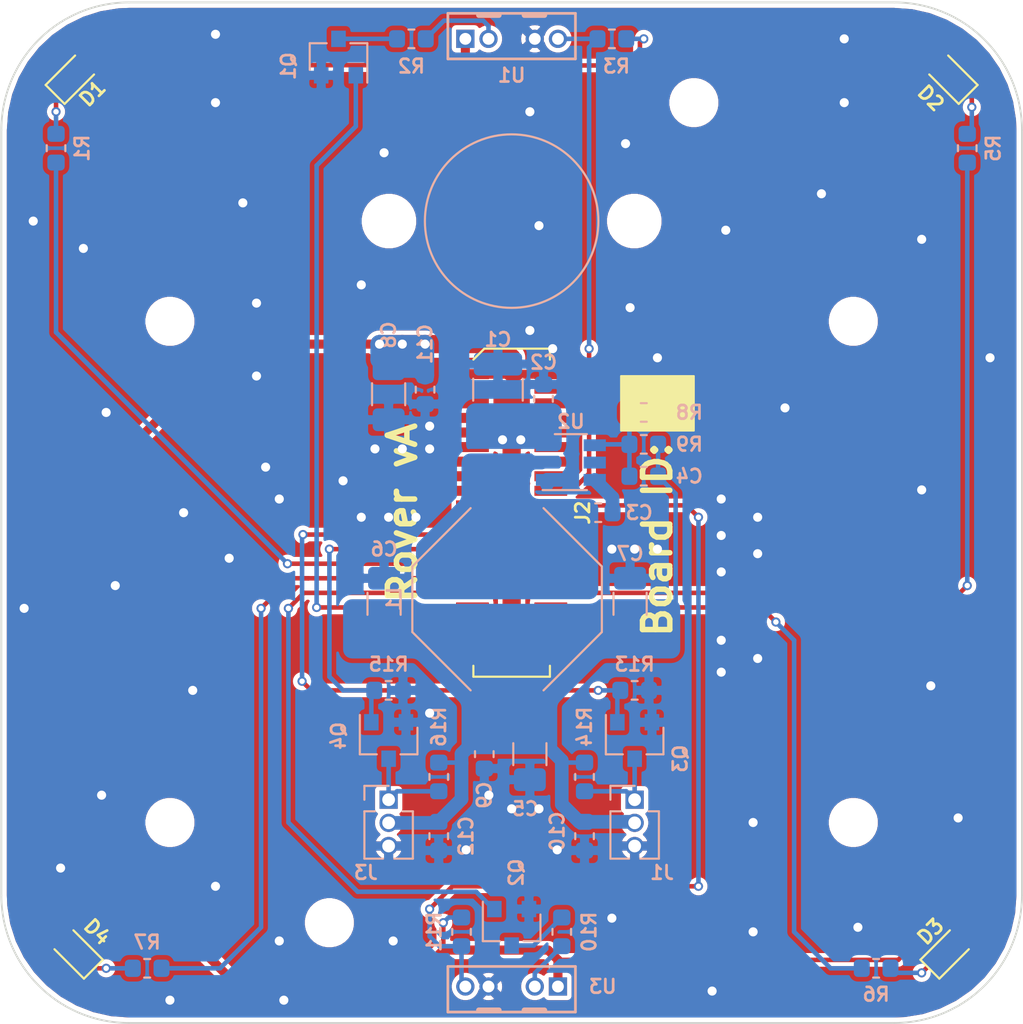
<source format=kicad_pcb>
(kicad_pcb (version 20171130) (host pcbnew "(5.1.6)-1")
  (title_block (title Rover) (date 2021-04-08) (rev vA) (comment 1 "Matthew Jackson"))
  (layers (0 F.Cu signal) (31 B.Cu signal) (34 B.Paste user) (35 F.Paste user) (36 B.SilkS user) (37 F.SilkS user) (38 B.Mask user) (39 F.Mask user) (44 Edge.Cuts user))
  (net 0 "")
  (net 1 +12V)
  (net 2 GND)
  (net 3 "Net-(C3-Pad2)")
  (net 4 "Net-(C3-Pad1)")
  (net 5 "Net-(C4-Pad2)")
  (net 6 +6V)
  (net 7 +3V3)
  (net 8 "Net-(D1-Pad1)")
  (net 9 "Net-(D2-Pad1)")
  (net 10 "Net-(D3-Pad1)")
  (net 11 "Net-(D4-Pad1)")
  (net 12 "Net-(J1-Pad1)")
  (net 13 /PD15)
  (net 14 /PD12)
  (net 15 /PD14)
  (net 16 /PD13)
  (net 17 /PE11)
  (net 18 /PE13)
  (net 19 /PE14)
  (net 20 /PE9)
  (net 21 /PC4)
  (net 22 /PC5)
  (net 23 "Net-(J3-Pad1)")
  (net 24 "Net-(Q1-Pad3)")
  (net 25 "Net-(Q2-Pad3)")
  (net 26 "Net-(R2-Pad2)")
  (net 27 "Net-(R10-Pad2)")
  (module USER_MountingHole:MountingHole_2.2mm_M2 (layer F.Cu) (at 131.25 117)
    (fp_text reference H6)
    (fp_text value M2)
    (pad 1 np_thru_hole circle (at 0 0) (size 2.2 2.2) (drill 2.2) (layers *.Cu *.Mask))
  )
  (module USER_MountingHole:MountingHole_2.2mm_M2 (layer F.Cu) (at 168.75 117)
    (fp_text reference H5)
    (fp_text value M2)
    (pad 1 np_thru_hole circle (at 0 0) (size 2.2 2.2) (drill 2.2) (layers *.Cu *.Mask))
  )
  (module USER_MountingHole:MountingHole_2.2mm_M2 (layer F.Cu) (at 131.25 89.5)
    (fp_text reference H4)
    (fp_text value M2)
    (pad 1 np_thru_hole circle (at 0 0) (size 2.2 2.2) (drill 2.2) (layers *.Cu *.Mask))
  )
  (module USER_MountingHole:MountingHole_2.2mm_M2 (layer F.Cu) (at 168.75 89.5)
    (fp_text reference H3)
    (fp_text value M2)
    (pad 1 np_thru_hole circle (at 0 0) (size 2.2 2.2) (drill 2.2) (layers *.Cu *.Mask))
  )
  (module USER_Misc:Pololu_Ball_Caster_9.5mm (layer B.Cu) (at 150 84 180)
    (fp_text reference T3)
    (fp_text value "Ball Caster")
    (pad "" np_thru_hole circle (at -6.73 0) (size 2.5 2.5) (drill 2.5) (layers *.Cu *.Mask))
    (pad "" np_thru_hole circle (at 6.73 0) (size 2.5 2.5) (drill 2.5) (layers *.Cu *.Mask))
  )
  (module USER_Connector_Molex:Molex_SlimStack_533074071_2x20_P0.8mm_Vertical_Female (layer F.Cu) (at 150 100 270)
    (fp_text reference J2 (at 0 -3.9 90) (layer F.SilkS) (effects (font (size 0.75 0.75))))
    (fp_text value "SlimStack 0.8mm 2x20")
    (pad 35 smd rect (at 6 2.15 90) (size 0.55 1.8) (layers F.Cu F.Paste F.Mask) (net 2 GND))
    (pad 38 smd rect (at 6.8 -2.15 90) (size 0.55 1.8) (layers F.Cu F.Paste F.Mask) (net 1 +12V))
    (pad 37 smd rect (at 6.8 2.15 90) (size 0.55 1.8) (layers F.Cu F.Paste F.Mask) (net 1 +12V))
    (pad 36 smd rect (at 6 -2.15 90) (size 0.55 1.8) (layers F.Cu F.Paste F.Mask) (net 2 GND))
    (pad 40 smd rect (at 7.6 -2.15 90) (size 0.55 1.8) (layers F.Cu F.Paste F.Mask) (net 1 +12V))
    (pad 39 smd rect (at 7.6 2.15 90) (size 0.55 1.8) (layers F.Cu F.Paste F.Mask) (net 1 +12V))
    (pad 34 smd rect (at 5.2 -2.15 90) (size 0.55 1.8) (layers F.Cu F.Paste F.Mask) (net 13 /PD15))
    (pad 31 smd rect (at 4.4 2.15 90) (size 0.55 1.8) (layers F.Cu F.Paste F.Mask) (net 14 /PD12))
    (pad 32 smd rect (at 4.4 -2.15 90) (size 0.55 1.8) (layers F.Cu F.Paste F.Mask) (net 15 /PD14))
    (pad 33 smd rect (at 5.2 2.15 90) (size 0.55 1.8) (layers F.Cu F.Paste F.Mask) (net 16 /PD13))
    (pad 25 smd rect (at 2 2.15 90) (size 0.55 1.8) (layers F.Cu F.Paste F.Mask) (net 17 /PE11))
    (pad 28 smd rect (at 2.8 -2.15 90) (size 0.55 1.8) (layers F.Cu F.Paste F.Mask))
    (pad 27 smd rect (at 2.8 2.15 90) (size 0.55 1.8) (layers F.Cu F.Paste F.Mask) (net 18 /PE13))
    (pad 26 smd rect (at 2 -2.15 90) (size 0.55 1.8) (layers F.Cu F.Paste F.Mask))
    (pad 30 smd rect (at 3.6 -2.15 90) (size 0.55 1.8) (layers F.Cu F.Paste F.Mask))
    (pad 29 smd rect (at 3.6 2.15 90) (size 0.55 1.8) (layers F.Cu F.Paste F.Mask) (net 19 /PE14))
    (pad 24 smd rect (at 1.2 -2.15 90) (size 0.55 1.8) (layers F.Cu F.Paste F.Mask))
    (pad 21 smd rect (at 0.4 2.15 90) (size 0.55 1.8) (layers F.Cu F.Paste F.Mask) (net 2 GND))
    (pad 22 smd rect (at 0.4 -2.15 90) (size 0.55 1.8) (layers F.Cu F.Paste F.Mask) (net 2 GND))
    (pad 23 smd rect (at 1.2 2.15 90) (size 0.55 1.8) (layers F.Cu F.Paste F.Mask) (net 20 /PE9))
    (pad 15 smd rect (at -2 2.15 90) (size 0.55 1.8) (layers F.Cu F.Paste F.Mask))
    (pad 18 smd rect (at -1.2 -2.15 90) (size 0.55 1.8) (layers F.Cu F.Paste F.Mask) (net 21 /PC4))
    (pad 17 smd rect (at -1.2 2.15 90) (size 0.55 1.8) (layers F.Cu F.Paste F.Mask))
    (pad 16 smd rect (at -2 -2.15 90) (size 0.55 1.8) (layers F.Cu F.Paste F.Mask))
    (pad 20 smd rect (at -0.4 -2.15 90) (size 0.55 1.8) (layers F.Cu F.Paste F.Mask) (net 22 /PC5))
    (pad 19 smd rect (at -0.4 2.15 90) (size 0.55 1.8) (layers F.Cu F.Paste F.Mask))
    (pad 14 smd rect (at -2.8 -2.15 90) (size 0.55 1.8) (layers F.Cu F.Paste F.Mask))
    (pad 11 smd rect (at -3.6 2.15 90) (size 0.55 1.8) (layers F.Cu F.Paste F.Mask))
    (pad 12 smd rect (at -3.6 -2.15 90) (size 0.55 1.8) (layers F.Cu F.Paste F.Mask))
    (pad 13 smd rect (at -2.8 2.15 90) (size 0.55 1.8) (layers F.Cu F.Paste F.Mask))
    (pad 2 smd rect (at -7.6 -2.15 90) (size 0.55 1.8) (layers F.Cu F.Paste F.Mask) (net 7 +3V3))
    (pad 4 smd rect (at -6.8 -2.15 90) (size 0.55 1.8) (layers F.Cu F.Paste F.Mask))
    (pad 9 smd rect (at -4.4 2.15 90) (size 0.55 1.8) (layers F.Cu F.Paste F.Mask))
    (pad 10 smd rect (at -4.4 -2.15 90) (size 0.55 1.8) (layers F.Cu F.Paste F.Mask))
    (pad 6 smd rect (at -6 -2.15 90) (size 0.55 1.8) (layers F.Cu F.Paste F.Mask))
    (pad 7 smd rect (at -5.2 2.15 90) (size 0.55 1.8) (layers F.Cu F.Paste F.Mask) (net 2 GND))
    (pad 8 smd rect (at -5.2 -2.15 90) (size 0.55 1.8) (layers F.Cu F.Paste F.Mask) (net 2 GND))
    (pad 1 smd rect (at -7.6 2.15 90) (size 0.55 1.8) (layers F.Cu F.Paste F.Mask) (net 7 +3V3))
    (pad 3 smd rect (at -6.8 2.15 90) (size 0.55 1.8) (layers F.Cu F.Paste F.Mask))
    (pad 5 smd rect (at -6 2.15 90) (size 0.55 1.8) (layers F.Cu F.Paste F.Mask))
  )
  (module USER_Connector_PinSocket_1.27mm:PinSocket_1x03_P1.27mm_Vertical (layer B.Cu) (at 143.25 115.75 180)
    (fp_text reference J3 (at 1.25 -4) (layer B.SilkS) (effects (font (size 0.75 0.75)) (justify mirror)))
    (fp_text value Conn_01x03)
    (pad 3 thru_hole oval (at 0 -2.54 180) (size 1 1) (drill 0.7) (layers *.Cu *.Mask) (net 2 GND))
    (pad 2 thru_hole oval (at 0 -1.27 180) (size 1 1) (drill 0.7) (layers *.Cu *.Mask) (net 6 +6V))
    (pad 1 thru_hole rect (at 0 0 180) (size 1 1) (drill 0.7) (layers *.Cu *.Mask) (net 23 "Net-(J3-Pad1)"))
  )
  (module USER_Connector_PinSocket_1.27mm:PinSocket_1x03_P1.27mm_Vertical (layer B.Cu) (at 156.75 115.75 180)
    (fp_text reference J1 (at -1.5 -4) (layer B.SilkS) (effects (font (size 0.75 0.75)) (justify mirror)))
    (fp_text value Conn_01x03)
    (pad 3 thru_hole oval (at 0 -2.54 180) (size 1 1) (drill 0.7) (layers *.Cu *.Mask) (net 2 GND))
    (pad 2 thru_hole oval (at 0 -1.27 180) (size 1 1) (drill 0.7) (layers *.Cu *.Mask) (net 6 +6V))
    (pad 1 thru_hole rect (at 0 0 180) (size 1 1) (drill 0.7) (layers *.Cu *.Mask) (net 12 "Net-(J1-Pad1)"))
  )
  (module USER_OptoDevice:Vishay_TCRT10x0_Reflective_Sensor (layer B.Cu) (at 150 126 180)
    (fp_text reference U3 (at -5 0) (layer B.SilkS) (effects (font (size 0.75 0.75)) (justify mirror)))
    (fp_text value TCRT1000)
    (pad 4 thru_hole circle (at 2.54 0 180) (size 1 1) (drill 0.65) (layers *.Cu *.Mask) (net 22 /PC5))
    (pad 3 thru_hole circle (at 1.27 0 180) (size 1 1) (drill 0.65) (layers *.Cu *.Mask) (net 2 GND))
    (pad 2 thru_hole circle (at -1.27 0 180) (size 1 1) (drill 0.65) (layers *.Cu *.Mask) (net 27 "Net-(R10-Pad2)"))
    (pad 1 thru_hole rect (at -2.54 0 180) (size 1 1) (drill 0.65) (layers *.Cu *.Mask) (net 7 +3V3))
  )
  (module USER_Package_TO_SOT_SMD:TSOT-23-6 (layer B.Cu) (at 153.25 97.25)
    (fp_text reference U2 (at 0 -2.25) (layer B.SilkS) (effects (font (size 0.75 0.75)) (justify mirror)))
    (fp_text value TPS54202)
    (pad 6 smd rect (at 1.31 0.95) (size 1.22 0.65) (layers B.Cu B.Paste B.Mask) (net 4 "Net-(C3-Pad1)"))
    (pad 5 smd rect (at 1.31 0) (size 1.22 0.65) (layers B.Cu B.Paste B.Mask))
    (pad 4 smd rect (at 1.31 -0.95) (size 1.22 0.65) (layers B.Cu B.Paste B.Mask) (net 5 "Net-(C4-Pad2)"))
    (pad 3 smd rect (at -1.31 -0.95) (size 1.22 0.65) (layers B.Cu B.Paste B.Mask) (net 1 +12V))
    (pad 2 smd rect (at -1.31 0) (size 1.22 0.65) (layers B.Cu B.Paste B.Mask) (net 3 "Net-(C3-Pad2)"))
    (pad 1 smd rect (at -1.31 0.95) (size 1.22 0.65) (layers B.Cu B.Paste B.Mask) (net 2 GND))
  )
  (module USER_OptoDevice:Vishay_TCRT10x0_Reflective_Sensor (layer B.Cu) (at 150 74)
    (fp_text reference U1 (at 0 2) (layer B.SilkS) (effects (font (size 0.75 0.75)) (justify mirror)))
    (fp_text value TCRT1000)
    (pad 4 thru_hole circle (at 2.54 0) (size 1 1) (drill 0.65) (layers *.Cu *.Mask) (net 21 /PC4))
    (pad 3 thru_hole circle (at 1.27 0) (size 1 1) (drill 0.65) (layers *.Cu *.Mask) (net 2 GND))
    (pad 2 thru_hole circle (at -1.27 0) (size 1 1) (drill 0.65) (layers *.Cu *.Mask) (net 26 "Net-(R2-Pad2)"))
    (pad 1 thru_hole rect (at -2.54 0) (size 1 1) (drill 0.65) (layers *.Cu *.Mask) (net 7 +3V3))
  )
  (module USER_PCB_Texts:Board_Number (layer F.Cu) (at 158 96 90)
    (fp_text reference T2)
    (fp_text value "Board ID")
    (fp_text user "Board ID:" (at 0 0 90) (layer F.SilkS) (effects (font (size 1.5 1.5) (thickness 0.3)) (justify right)))
  )
  (module USER_PCB_Texts:PCB_Title_&_Version (layer B.Cu) (at 153.194999 100.555001)
    (fp_text reference T1)
    (fp_text value "Rover vA" (at -9.194999 -0.555001 90) (layer F.SilkS) (effects (font (size 1.5 1.5) (thickness 0.3))))
  )
  (module USER_Resistor_SMD:R_0603_1608Metric (layer B.Cu) (at 146 114.5 90)
    (fp_text reference R16 (at 2.75 0 90) (layer B.SilkS) (effects (font (size 0.75 0.75)) (justify mirror)))
    (fp_text value 10k)
    (pad 2 smd roundrect (at 0.7875 0 90) (size 0.875 0.95) (layers B.Cu B.Paste B.Mask) (net 6 +6V))
    (pad 1 smd roundrect (at -0.7875 0 90) (size 0.875 0.95) (layers B.Cu B.Paste B.Mask) (net 23 "Net-(J3-Pad1)"))
  )
  (module USER_Resistor_SMD:R_0603_1608Metric (layer B.Cu) (at 143.25 109.75 180)
    (fp_text reference R15 (at 0 1.43) (layer B.SilkS) (effects (font (size 0.75 0.75)) (justify mirror)))
    (fp_text value 10k)
    (pad 2 smd roundrect (at 0.7875 0 180) (size 0.875 0.95) (layers B.Cu B.Paste B.Mask) (net 17 /PE11))
    (pad 1 smd roundrect (at -0.7875 0 180) (size 0.875 0.95) (layers B.Cu B.Paste B.Mask) (net 2 GND))
  )
  (module USER_Resistor_SMD:R_0603_1608Metric (layer B.Cu) (at 154 114.5 90)
    (fp_text reference R14 (at 2.75 0 90) (layer B.SilkS) (effects (font (size 0.75 0.75)) (justify mirror)))
    (fp_text value 10k)
    (pad 2 smd roundrect (at 0.7875 0 90) (size 0.875 0.95) (layers B.Cu B.Paste B.Mask) (net 6 +6V))
    (pad 1 smd roundrect (at -0.7875 0 90) (size 0.875 0.95) (layers B.Cu B.Paste B.Mask) (net 12 "Net-(J1-Pad1)"))
  )
  (module USER_Resistor_SMD:R_0603_1608Metric (layer B.Cu) (at 156.75 109.75 180)
    (fp_text reference R13 (at 0 1.43) (layer B.SilkS) (effects (font (size 0.75 0.75)) (justify mirror)))
    (fp_text value 10k)
    (pad 2 smd roundrect (at 0.7875 0 180) (size 0.875 0.95) (layers B.Cu B.Paste B.Mask) (net 20 /PE9))
    (pad 1 smd roundrect (at -0.7875 0 180) (size 0.875 0.95) (layers B.Cu B.Paste B.Mask) (net 2 GND))
  )
  (module USER_Resistor_SMD:R_0603_1608Metric (layer B.Cu) (at 147.25 123 270)
    (fp_text reference R11 (at 0 1.5 90) (layer B.SilkS) (effects (font (size 0.75 0.75)) (justify mirror)))
    (fp_text value 10k)
    (pad 2 smd roundrect (at 0.7875 0 270) (size 0.875 0.95) (layers B.Cu B.Paste B.Mask) (net 22 /PC5))
    (pad 1 smd roundrect (at -0.7875 0 270) (size 0.875 0.95) (layers B.Cu B.Paste B.Mask) (net 7 +3V3))
  )
  (module USER_Resistor_SMD:R_0603_1608Metric (layer B.Cu) (at 152.75 123 270)
    (fp_text reference R10 (at 0 -1.5 90) (layer B.SilkS) (effects (font (size 0.75 0.75)) (justify mirror)))
    (fp_text value 22R)
    (pad 2 smd roundrect (at 0.7875 0 270) (size 0.875 0.95) (layers B.Cu B.Paste B.Mask) (net 27 "Net-(R10-Pad2)"))
    (pad 1 smd roundrect (at -0.7875 0 270) (size 0.875 0.95) (layers B.Cu B.Paste B.Mask) (net 25 "Net-(Q2-Pad3)"))
  )
  (module USER_Resistor_SMD:R_0603_1608Metric (layer B.Cu) (at 157.25 96.25)
    (fp_text reference R9 (at 2.5 0) (layer B.SilkS) (effects (font (size 0.75 0.75)) (justify mirror)))
    (fp_text value 100k)
    (pad 2 smd roundrect (at 0.7875 0) (size 0.875 0.95) (layers B.Cu B.Paste B.Mask) (net 6 +6V))
    (pad 1 smd roundrect (at -0.7875 0) (size 0.875 0.95) (layers B.Cu B.Paste B.Mask) (net 5 "Net-(C4-Pad2)"))
  )
  (module USER_Resistor_SMD:R_0603_1608Metric (layer B.Cu) (at 157.25 94.5)
    (fp_text reference R8 (at 2.5 0) (layer B.SilkS) (effects (font (size 0.75 0.75)) (justify mirror)))
    (fp_text value 12k)
    (pad 2 smd roundrect (at 0.7875 0) (size 0.875 0.95) (layers B.Cu B.Paste B.Mask) (net 2 GND))
    (pad 1 smd roundrect (at -0.7875 0) (size 0.875 0.95) (layers B.Cu B.Paste B.Mask) (net 5 "Net-(C4-Pad2)"))
  )
  (module USER_Resistor_SMD:R_0603_1608Metric (layer B.Cu) (at 130 125 180)
    (fp_text reference R7 (at 0 1.43) (layer B.SilkS) (effects (font (size 0.75 0.75)) (justify mirror)))
    (fp_text value 100R)
    (pad 2 smd roundrect (at 0.7875 0 180) (size 0.875 0.95) (layers B.Cu B.Paste B.Mask) (net 11 "Net-(D4-Pad1)"))
    (pad 1 smd roundrect (at -0.7875 0 180) (size 0.875 0.95) (layers B.Cu B.Paste B.Mask) (net 19 /PE14))
  )
  (module USER_Resistor_SMD:R_0603_1608Metric (layer B.Cu) (at 170 125)
    (fp_text reference R6 (at 0 1.43) (layer B.SilkS) (effects (font (size 0.75 0.75)) (justify mirror)))
    (fp_text value 100R)
    (pad 2 smd roundrect (at 0.7875 0) (size 0.875 0.95) (layers B.Cu B.Paste B.Mask) (net 10 "Net-(D3-Pad1)"))
    (pad 1 smd roundrect (at -0.7875 0) (size 0.875 0.95) (layers B.Cu B.Paste B.Mask) (net 13 /PD15))
  )
  (module USER_Resistor_SMD:R_0603_1608Metric (layer B.Cu) (at 175 80 90)
    (fp_text reference R5 (at 0 1.43 90) (layer B.SilkS) (effects (font (size 0.75 0.75)) (justify mirror)))
    (fp_text value 100R)
    (pad 2 smd roundrect (at 0.7875 0 90) (size 0.875 0.95) (layers B.Cu B.Paste B.Mask) (net 9 "Net-(D2-Pad1)"))
    (pad 1 smd roundrect (at -0.7875 0 90) (size 0.875 0.95) (layers B.Cu B.Paste B.Mask) (net 15 /PD14))
  )
  (module USER_Resistor_SMD:R_0603_1608Metric (layer B.Cu) (at 155.5 74 180)
    (fp_text reference R3 (at -0.25 -1.5) (layer B.SilkS) (effects (font (size 0.75 0.75)) (justify mirror)))
    (fp_text value 10k)
    (pad 2 smd roundrect (at 0.7875 0 180) (size 0.875 0.95) (layers B.Cu B.Paste B.Mask) (net 21 /PC4))
    (pad 1 smd roundrect (at -0.7875 0 180) (size 0.875 0.95) (layers B.Cu B.Paste B.Mask) (net 7 +3V3))
  )
  (module USER_Resistor_SMD:R_0603_1608Metric (layer B.Cu) (at 144.5 74)
    (fp_text reference R2 (at 0 1.5) (layer B.SilkS) (effects (font (size 0.75 0.75)) (justify mirror)))
    (fp_text value 22R)
    (pad 2 smd roundrect (at 0.7875 0) (size 0.875 0.95) (layers B.Cu B.Paste B.Mask) (net 26 "Net-(R2-Pad2)"))
    (pad 1 smd roundrect (at -0.7875 0) (size 0.875 0.95) (layers B.Cu B.Paste B.Mask) (net 24 "Net-(Q1-Pad3)"))
  )
  (module USER_Resistor_SMD:R_0603_1608Metric (layer B.Cu) (at 125 80 90)
    (fp_text reference R1 (at 0 1.43 90) (layer B.SilkS) (effects (font (size 0.75 0.75)) (justify mirror)))
    (fp_text value 100R)
    (pad 2 smd roundrect (at 0.7875 0 90) (size 0.875 0.95) (layers B.Cu B.Paste B.Mask) (net 8 "Net-(D1-Pad1)"))
    (pad 1 smd roundrect (at -0.7875 0 90) (size 0.875 0.95) (layers B.Cu B.Paste B.Mask) (net 18 /PE13))
  )
  (module USER_Package_TO_SOT_SMD:SOT-23 (layer B.Cu) (at 143.25 112.5 270)
    (fp_text reference Q4 (at -0.25 2.75 90) (layer B.SilkS) (effects (font (size 0.75 0.75)) (justify mirror)))
    (fp_text value FDV303N)
    (pad 3 smd rect (at 1 0 270) (size 0.9 0.8) (layers B.Cu B.Paste B.Mask) (net 23 "Net-(J3-Pad1)"))
    (pad 2 smd rect (at -1 -0.95 270) (size 0.9 0.8) (layers B.Cu B.Paste B.Mask) (net 2 GND))
    (pad 1 smd rect (at -1 0.95 270) (size 0.9 0.8) (layers B.Cu B.Paste B.Mask) (net 17 /PE11))
  )
  (module USER_Package_TO_SOT_SMD:SOT-23 (layer B.Cu) (at 156.75 112.5 270)
    (fp_text reference Q3 (at 1 -2.5 90) (layer B.SilkS) (effects (font (size 0.75 0.75)) (justify mirror)))
    (fp_text value FDV303N)
    (pad 3 smd rect (at 1 0 270) (size 0.9 0.8) (layers B.Cu B.Paste B.Mask) (net 12 "Net-(J1-Pad1)"))
    (pad 2 smd rect (at -1 -0.95 270) (size 0.9 0.8) (layers B.Cu B.Paste B.Mask) (net 2 GND))
    (pad 1 smd rect (at -1 0.95 270) (size 0.9 0.8) (layers B.Cu B.Paste B.Mask) (net 20 /PE9))
  )
  (module USER_Package_TO_SOT_SMD:SOT-23 (layer B.Cu) (at 150 122.75 270)
    (fp_text reference Q2 (at -3 -0.25 90) (layer B.SilkS) (effects (font (size 0.75 0.75)) (justify mirror)))
    (fp_text value FDV303N)
    (pad 3 smd rect (at 1 0 270) (size 0.9 0.8) (layers B.Cu B.Paste B.Mask) (net 25 "Net-(Q2-Pad3)"))
    (pad 2 smd rect (at -1 -0.95 270) (size 0.9 0.8) (layers B.Cu B.Paste B.Mask) (net 2 GND))
    (pad 1 smd rect (at -1 0.95 270) (size 0.9 0.8) (layers B.Cu B.Paste B.Mask) (net 14 /PD12))
  )
  (module USER_Package_TO_SOT_SMD:SOT-23 (layer B.Cu) (at 140.5 75 90)
    (fp_text reference Q1 (at -0.5 -2.75 90) (layer B.SilkS) (effects (font (size 0.75 0.75)) (justify mirror)))
    (fp_text value FDV303N)
    (pad 3 smd rect (at 1 0 90) (size 0.9 0.8) (layers B.Cu B.Paste B.Mask) (net 24 "Net-(Q1-Pad3)"))
    (pad 2 smd rect (at -1 -0.95 90) (size 0.9 0.8) (layers B.Cu B.Paste B.Mask) (net 2 GND))
    (pad 1 smd rect (at -1 0.95 90) (size 0.9 0.8) (layers B.Cu B.Paste B.Mask) (net 16 /PD13))
  )
  (module USER_Inductor_SMD:L_Bourns-SRU1028_10.0x10.0mm (layer B.Cu) (at 149.75 104.75 270)
    (fp_text reference L1 (at 0 6.2 90) (layer B.SilkS) (effects (font (size 0.75 0.75)) (justify mirror)))
    (fp_text value "15uH, 2.5A")
    (pad 2 smd rect (at 4.5 0 270) (size 1.8 3.6) (layers B.Cu B.Paste B.Mask) (net 6 +6V))
    (pad 1 smd rect (at -4.5 0 270) (size 1.8 3.6) (layers B.Cu B.Paste B.Mask) (net 3 "Net-(C3-Pad2)"))
  )
  (module USER_MountingHole:MountingHole_2.2mm_M2 (layer B.Cu) (at 160 77.5)
    (fp_text reference H2)
    (fp_text value M2)
    (pad 1 np_thru_hole circle (at 0 0) (size 2.2 2.2) (drill 2.2) (layers *.Cu *.Mask))
  )
  (module USER_MountingHole:MountingHole_2.2mm_M2 (layer B.Cu) (at 140 122.5)
    (fp_text reference H1)
    (fp_text value M2)
    (pad 1 np_thru_hole circle (at 0 0) (size 2.2 2.2) (drill 2.2) (layers *.Cu *.Mask))
  )
  (module USER_LED_SMD:LED_0603_1608Metric (layer F.Cu) (at 126 124 135)
    (fp_text reference D4 (at -0.176777 1.59099 315) (layer F.SilkS) (effects (font (size 0.75 0.75))))
    (fp_text value "Green LED")
    (pad 2 smd roundrect (at 0.7875 0 135) (size 0.875 0.95) (layers F.Cu F.Paste F.Mask) (net 7 +3V3))
    (pad 1 smd roundrect (at -0.7875 0 135) (size 0.875 0.95) (layers F.Cu F.Paste F.Mask) (net 11 "Net-(D4-Pad1)"))
  )
  (module USER_LED_SMD:LED_0603_1608Metric (layer F.Cu) (at 174 124 45)
    (fp_text reference D3 (at 0 -1.43 225) (layer F.SilkS) (effects (font (size 0.75 0.75))))
    (fp_text value "Green LED")
    (pad 2 smd roundrect (at 0.7875 0 45) (size 0.875 0.95) (layers F.Cu F.Paste F.Mask) (net 7 +3V3))
    (pad 1 smd roundrect (at -0.7875 0 45) (size 0.875 0.95) (layers F.Cu F.Paste F.Mask) (net 10 "Net-(D3-Pad1)"))
  )
  (module USER_LED_SMD:LED_0603_1608Metric (layer F.Cu) (at 174 76 135)
    (fp_text reference D2 (at -0.176777 -1.59099 315) (layer F.SilkS) (effects (font (size 0.75 0.75))))
    (fp_text value "Green LED")
    (pad 2 smd roundrect (at 0.7875 0 135) (size 0.875 0.95) (layers F.Cu F.Paste F.Mask) (net 7 +3V3))
    (pad 1 smd roundrect (at -0.7875 0 135) (size 0.875 0.95) (layers F.Cu F.Paste F.Mask) (net 9 "Net-(D2-Pad1)"))
  )
  (module USER_LED_SMD:LED_0603_1608Metric (layer F.Cu) (at 126 76 45)
    (fp_text reference D1 (at 0 1.414214 225) (layer F.SilkS) (effects (font (size 0.75 0.75))))
    (fp_text value "Green LED")
    (pad 2 smd roundrect (at 0.7875 0 45) (size 0.875 0.95) (layers F.Cu F.Paste F.Mask) (net 7 +3V3))
    (pad 1 smd roundrect (at -0.7875 0 45) (size 0.875 0.95) (layers F.Cu F.Paste F.Mask) (net 8 "Net-(D1-Pad1)"))
  )
  (module USER_Capacitor_SMD:C_0603_1608Metric (layer B.Cu) (at 146 117.75 90)
    (fp_text reference C12 (at 0 1.5 90) (layer B.SilkS) (effects (font (size 0.75 0.75)) (justify mirror)))
    (fp_text value 100nF)
    (pad 2 smd roundrect (at 0.7875 0 90) (size 0.875 0.95) (layers B.Cu B.Paste B.Mask) (net 6 +6V))
    (pad 1 smd roundrect (at -0.7875 0 90) (size 0.875 0.95) (layers B.Cu B.Paste B.Mask) (net 2 GND))
  )
  (module USER_Capacitor_SMD:C_0603_1608Metric (layer B.Cu) (at 145.25 93.25 90)
    (fp_text reference C11 (at 2.5 0 90) (layer B.SilkS) (effects (font (size 0.75 0.75)) (justify mirror)))
    (fp_text value 100nF)
    (pad 2 smd roundrect (at 0.7875 0 90) (size 0.875 0.95) (layers B.Cu B.Paste B.Mask) (net 7 +3V3))
    (pad 1 smd roundrect (at -0.7875 0 90) (size 0.875 0.95) (layers B.Cu B.Paste B.Mask) (net 2 GND))
  )
  (module USER_Capacitor_SMD:C_0603_1608Metric (layer B.Cu) (at 154 117.75 90)
    (fp_text reference C10 (at 0.25 -1.5 90) (layer B.SilkS) (effects (font (size 0.75 0.75)) (justify mirror)))
    (fp_text value 100nF)
    (pad 2 smd roundrect (at 0.7875 0 90) (size 0.875 0.95) (layers B.Cu B.Paste B.Mask) (net 6 +6V))
    (pad 1 smd roundrect (at -0.7875 0 90) (size 0.875 0.95) (layers B.Cu B.Paste B.Mask) (net 2 GND))
  )
  (module USER_Capacitor_SMD:C_0603_1608Metric (layer B.Cu) (at 148.5 113.25 90)
    (fp_text reference C9 (at -2.25 0 270) (layer B.SilkS) (effects (font (size 0.75 0.75)) (justify mirror)))
    (fp_text value 100nF)
    (pad 2 smd roundrect (at 0.7875 0 90) (size 0.875 0.95) (layers B.Cu B.Paste B.Mask) (net 6 +6V))
    (pad 1 smd roundrect (at -0.7875 0 90) (size 0.875 0.95) (layers B.Cu B.Paste B.Mask) (net 2 GND))
  )
  (module USER_Capacitor_SMD:C_1206_3216Metric (layer B.Cu) (at 143.25 93.5 90)
    (fp_text reference C8 (at 3.25 0 90) (layer B.SilkS) (effects (font (size 0.75 0.75)) (justify mirror)))
    (fp_text value 22uF)
    (pad 2 smd roundrect (at 1.4 0 90) (size 1.25 1.75) (layers B.Cu B.Paste B.Mask) (roundrect_rratio 0.2) (net 7 +3V3))
    (pad 1 smd roundrect (at -1.4 0 90) (size 1.25 1.75) (layers B.Cu B.Paste B.Mask) (roundrect_rratio 0.2) (net 2 GND))
  )
  (module USER_Capacitor_SMD:C_1206_3216Metric (layer B.Cu) (at 156.5 105 270)
    (fp_text reference C7 (at -2.75 0 180) (layer B.SilkS) (effects (font (size 0.75 0.75)) (justify mirror)))
    (fp_text value 22uF)
    (pad 2 smd roundrect (at 1.4 0 270) (size 1.25 1.75) (layers B.Cu B.Paste B.Mask) (roundrect_rratio 0.2) (net 6 +6V))
    (pad 1 smd roundrect (at -1.4 0 270) (size 1.25 1.75) (layers B.Cu B.Paste B.Mask) (roundrect_rratio 0.2) (net 2 GND))
  )
  (module USER_Capacitor_SMD:C_1206_3216Metric (layer B.Cu) (at 143 105 270)
    (fp_text reference C6 (at -3 0 180) (layer B.SilkS) (effects (font (size 0.75 0.75)) (justify mirror)))
    (fp_text value 22uF)
    (pad 2 smd roundrect (at 1.4 0 270) (size 1.25 1.75) (layers B.Cu B.Paste B.Mask) (roundrect_rratio 0.2) (net 6 +6V))
    (pad 1 smd roundrect (at -1.4 0 270) (size 1.25 1.75) (layers B.Cu B.Paste B.Mask) (roundrect_rratio 0.2) (net 2 GND))
  )
  (module USER_Capacitor_SMD:C_1206_3216Metric (layer B.Cu) (at 151 113.25 90)
    (fp_text reference C5 (at -3 -0.25 180) (layer B.SilkS) (effects (font (size 0.75 0.75)) (justify mirror)))
    (fp_text value 22uF)
    (pad 2 smd roundrect (at 1.4 0 90) (size 1.25 1.75) (layers B.Cu B.Paste B.Mask) (roundrect_rratio 0.2) (net 6 +6V))
    (pad 1 smd roundrect (at -1.4 0 90) (size 1.25 1.75) (layers B.Cu B.Paste B.Mask) (roundrect_rratio 0.2) (net 2 GND))
  )
  (module USER_Capacitor_SMD:C_0603_1608Metric (layer B.Cu) (at 157.25 98 180)
    (fp_text reference C4 (at -2.5 0) (layer B.SilkS) (effects (font (size 0.75 0.75)) (justify mirror)))
    (fp_text value 100pF)
    (pad 2 smd roundrect (at 0.7875 0 180) (size 0.875 0.95) (layers B.Cu B.Paste B.Mask) (net 5 "Net-(C4-Pad2)"))
    (pad 1 smd roundrect (at -0.7875 0 180) (size 0.875 0.95) (layers B.Cu B.Paste B.Mask) (net 6 +6V))
  )
  (module USER_Capacitor_SMD:C_0603_1608Metric (layer B.Cu) (at 154.75 100 180)
    (fp_text reference C3 (at -2.25 0) (layer B.SilkS) (effects (font (size 0.75 0.75)) (justify mirror)))
    (fp_text value 100nF)
    (pad 2 smd roundrect (at 0.7875 0 180) (size 0.875 0.95) (layers B.Cu B.Paste B.Mask) (net 3 "Net-(C3-Pad2)"))
    (pad 1 smd roundrect (at -0.7875 0 180) (size 0.875 0.95) (layers B.Cu B.Paste B.Mask) (net 4 "Net-(C3-Pad1)"))
  )
  (module USER_Capacitor_SMD:C_0603_1608Metric (layer B.Cu) (at 151.75 93.75 270)
    (fp_text reference C2 (at -2 0 180) (layer B.SilkS) (effects (font (size 0.75 0.75)) (justify mirror)))
    (fp_text value 100nF)
    (pad 2 smd roundrect (at 0.7875 0 270) (size 0.875 0.95) (layers B.Cu B.Paste B.Mask) (net 1 +12V))
    (pad 1 smd roundrect (at -0.7875 0 270) (size 0.875 0.95) (layers B.Cu B.Paste B.Mask) (net 2 GND))
  )
  (module USER_Capacitor_SMD:C_1210_3225Metric (layer B.Cu) (at 149.25 93.25 270)
    (fp_text reference C1 (at -2.75 0 180) (layer B.SilkS) (effects (font (size 0.75 0.75)) (justify mirror)))
    (fp_text value 10uF)
    (pad 2 smd roundrect (at 1.4 0 270) (size 1.25 2.65) (layers B.Cu B.Paste B.Mask) (roundrect_rratio 0.2) (net 1 +12V))
    (pad 1 smd roundrect (at -1.4 0 270) (size 1.25 2.65) (layers B.Cu B.Paste B.Mask) (roundrect_rratio 0.2) (net 2 GND))
  )
  (gr_line (start 129 72) (end 171 72) (layer Edge.Cuts) (width 0.1))
  (gr_line (start 122 121) (end 122 79) (layer Edge.Cuts) (width 0.1))
  (gr_line (start 178 79) (end 178 121) (layer Edge.Cuts) (width 0.1))
  (gr_line (start 171 128) (end 129 128) (layer Edge.Cuts) (width 0.1))
  (gr_arc (start 171 121) (end 171 128) (angle -90) (layer Edge.Cuts) (width 0.1))
  (gr_arc (start 129 121) (end 122 121) (angle -90) (layer Edge.Cuts) (width 0.1))
  (gr_arc (start 171 79) (end 178 79) (angle -90) (layer Edge.Cuts) (width 0.1))
  (gr_arc (start 129 79) (end 129 72) (angle -90) (layer Edge.Cuts) (width 0.1))
  (via (at 149.5 96) (size 0.9) (drill 0.5) (layers F.Cu B.Cu) (net 1))
  (segment (start 149.9 106.9) (end 149.8 106.8) (width 0.5) (layer F.Cu) (net 1))
  (segment (start 149.9 107.6) (end 147.85 107.6) (width 0.5) (layer F.Cu) (net 1))
  (segment (start 147.85 106.8) (end 149.8 106.8) (width 0.5) (layer F.Cu) (net 1))
  (segment (start 152.15 107.6) (end 149.9 107.6) (width 0.5) (layer F.Cu) (net 1))
  (segment (start 149.8 106.8) (end 152.15 106.8) (width 0.5) (layer F.Cu) (net 1))
  (via (at 150.5 96) (size 0.9) (drill 0.5) (layers F.Cu B.Cu) (net 1))
  (segment (start 150.5 96) (end 149.5 96) (width 1) (layer F.Cu) (net 1))
  (segment (start 150.05 107.25) (end 152 107.25) (width 1) (layer F.Cu) (net 1))
  (segment (start 152 107.25) (end 147.75 107.25) (width 1) (layer F.Cu) (net 1))
  (segment (start 150 107.25) (end 150 96) (width 1) (layer F.Cu) (net 1))
  (segment (start 151.94 98.2) (end 153.2 98.2) (width 0.75) (layer B.Cu) (net 2))
  (segment (start 151.94 98.2) (end 151.94 98.44) (width 0.75) (layer B.Cu) (net 2))
  (segment (start 147.85 94.8) (end 152.15 94.8) (width 0.5) (layer F.Cu) (net 2))
  (via (at 142.5 96.5) (size 0.9) (drill 0.5) (layers F.Cu B.Cu) (net 2))
  (via (at 144 96.5) (size 0.9) (drill 0.5) (layers F.Cu B.Cu) (net 2))
  (via (at 145.5 96.5) (size 0.9) (drill 0.5) (layers F.Cu B.Cu) (net 2))
  (via (at 145.5 95.25) (size 0.9) (drill 0.5) (layers F.Cu B.Cu) (net 2))
  (via (at 152.25 91) (size 0.9) (drill 0.5) (layers F.Cu B.Cu) (net 2))
  (via (at 151 90) (size 0.9) (drill 0.5) (layers F.Cu B.Cu) (net 2))
  (via (at 141.75 100.25) (size 0.9) (drill 0.5) (layers F.Cu B.Cu) (net 2))
  (via (at 144.75 100.25) (size 0.9) (drill 0.5) (layers F.Cu B.Cu) (net 2))
  (via (at 143.25 100.25) (size 0.9) (drill 0.5) (layers F.Cu B.Cu) (net 2))
  (via (at 155.5 102) (size 0.9) (drill 0.5) (layers F.Cu B.Cu) (net 2))
  (via (at 156.75 102) (size 0.9) (drill 0.5) (layers F.Cu B.Cu) (net 2))
  (via (at 158 102) (size 0.9) (drill 0.5) (layers F.Cu B.Cu) (net 2))
  (via (at 145.5 111) (size 0.9) (drill 0.5) (layers F.Cu B.Cu) (net 2))
  (via (at 148.75 115.5) (size 0.9) (drill 0.5) (layers F.Cu B.Cu) (net 2))
  (via (at 150 116.25) (size 0.9) (drill 0.5) (layers F.Cu B.Cu) (net 2))
  (via (at 151.5 116.25) (size 0.9) (drill 0.5) (layers F.Cu B.Cu) (net 2))
  (via (at 152.5 118.5) (size 0.9) (drill 0.5) (layers F.Cu B.Cu) (net 2))
  (via (at 147.5 118.5) (size 0.9) (drill 0.5) (layers F.Cu B.Cu) (net 2))
  (via (at 155.5 122.25) (size 0.9) (drill 0.5) (layers F.Cu B.Cu) (net 2))
  (via (at 158 91.5) (size 0.9) (drill 0.5) (layers F.Cu B.Cu) (net 2))
  (via (at 161.5 103.25) (size 0.9) (drill 0.5) (layers F.Cu B.Cu) (net 2))
  (via (at 161.5 101.25) (size 0.9) (drill 0.5) (layers F.Cu B.Cu) (net 2))
  (via (at 163.5 102.25) (size 0.9) (drill 0.5) (layers F.Cu B.Cu) (net 2))
  (via (at 161.5 99.25) (size 0.9) (drill 0.5) (layers F.Cu B.Cu) (net 2))
  (via (at 163.5 100.25) (size 0.9) (drill 0.5) (layers F.Cu B.Cu) (net 2))
  (via (at 161.5 107) (size 0.9) (drill 0.5) (layers F.Cu B.Cu) (net 2))
  (via (at 161.5 108.75) (size 0.9) (drill 0.5) (layers F.Cu B.Cu) (net 2))
  (via (at 163.5 108) (size 0.9) (drill 0.5) (layers F.Cu B.Cu) (net 2))
  (via (at 133.75 73.75) (size 0.9) (drill 0.5) (layers F.Cu B.Cu) (net 2))
  (via (at 133.75 77.5) (size 0.9) (drill 0.5) (layers F.Cu B.Cu) (net 2))
  (via (at 168.25 74) (size 0.9) (drill 0.5) (layers F.Cu B.Cu) (net 2))
  (via (at 168.25 77.5) (size 0.9) (drill 0.5) (layers F.Cu B.Cu) (net 2))
  (via (at 172.5 85) (size 0.9) (drill 0.5) (layers F.Cu B.Cu) (net 2))
  (via (at 176.25 91.5) (size 0.9) (drill 0.5) (layers F.Cu B.Cu) (net 2))
  (via (at 172.5 98.75) (size 0.9) (drill 0.5) (layers F.Cu B.Cu) (net 2))
  (via (at 173 109.5) (size 0.9) (drill 0.5) (layers F.Cu B.Cu) (net 2))
  (via (at 163.25 117) (size 0.9) (drill 0.5) (layers F.Cu B.Cu) (net 2))
  (via (at 169 122.75) (size 0.9) (drill 0.5) (layers F.Cu B.Cu) (net 2))
  (via (at 163.25 123) (size 0.9) (drill 0.5) (layers F.Cu B.Cu) (net 2))
  (via (at 161 126.25) (size 0.9) (drill 0.5) (layers F.Cu B.Cu) (net 2))
  (via (at 137.5 126.75) (size 0.9) (drill 0.5) (layers F.Cu B.Cu) (net 2))
  (via (at 137.25 123.5) (size 0.9) (drill 0.5) (layers F.Cu B.Cu) (net 2))
  (via (at 133.75 120.5) (size 0.9) (drill 0.5) (layers F.Cu B.Cu) (net 2))
  (via (at 143.5 123.5) (size 0.9) (drill 0.5) (layers F.Cu B.Cu) (net 2))
  (via (at 131.25 126.75) (size 0.9) (drill 0.5) (layers F.Cu B.Cu) (net 2))
  (via (at 125.25 119.5) (size 0.9) (drill 0.5) (layers F.Cu B.Cu) (net 2))
  (via (at 127.5 115.5) (size 0.9) (drill 0.5) (layers F.Cu B.Cu) (net 2))
  (via (at 123.25 105.25) (size 0.9) (drill 0.5) (layers F.Cu B.Cu) (net 2))
  (via (at 128.25 104) (size 0.9) (drill 0.5) (layers F.Cu B.Cu) (net 2))
  (via (at 132 100) (size 0.9) (drill 0.5) (layers F.Cu B.Cu) (net 2))
  (via (at 127.75 94.5) (size 0.9) (drill 0.5) (layers F.Cu B.Cu) (net 2))
  (via (at 136 92.5) (size 0.9) (drill 0.5) (layers F.Cu B.Cu) (net 2))
  (via (at 136 88.5) (size 0.9) (drill 0.5) (layers F.Cu B.Cu) (net 2))
  (via (at 123.75 84) (size 0.9) (drill 0.5) (layers F.Cu B.Cu) (net 2))
  (via (at 126.5 85.5) (size 0.9) (drill 0.5) (layers F.Cu B.Cu) (net 2))
  (via (at 141.75 87.5) (size 0.9) (drill 0.5) (layers F.Cu B.Cu) (net 2))
  (via (at 143 80.25) (size 0.9) (drill 0.5) (layers F.Cu B.Cu) (net 2))
  (via (at 161.75 84.5) (size 0.9) (drill 0.5) (layers F.Cu B.Cu) (net 2))
  (via (at 165 94.25) (size 0.9) (drill 0.5) (layers F.Cu B.Cu) (net 2))
  (via (at 132.5 109.75) (size 0.9) (drill 0.5) (layers F.Cu B.Cu) (net 2))
  (via (at 174.5 116.75) (size 0.9) (drill 0.5) (layers F.Cu B.Cu) (net 2))
  (via (at 135.25 83) (size 0.9) (drill 0.5) (layers F.Cu B.Cu) (net 2))
  (via (at 167 82.5) (size 0.9) (drill 0.5) (layers F.Cu B.Cu) (net 2))
  (via (at 151 78) (size 0.9) (drill 0.5) (layers F.Cu B.Cu) (net 2))
  (via (at 151.5 84.25) (size 0.9) (drill 0.5) (layers F.Cu B.Cu) (net 2))
  (via (at 156.5 88.75) (size 0.9) (drill 0.5) (layers F.Cu B.Cu) (net 2))
  (via (at 156.25 79.75) (size 0.9) (drill 0.5) (layers F.Cu B.Cu) (net 2))
  (via (at 136.5 97.5) (size 0.9) (drill 0.5) (layers F.Cu B.Cu) (net 2))
  (via (at 137.25 99.25) (size 0.9) (drill 0.5) (layers F.Cu B.Cu) (net 2))
  (via (at 140.75 98.25) (size 0.9) (drill 0.5) (layers F.Cu B.Cu) (net 2))
  (via (at 134.5 102.5) (size 0.9) (drill 0.5) (layers F.Cu B.Cu) (net 2))
  (segment (start 155.5375 99.1775) (end 155.5375 100) (width 0.75) (layer B.Cu) (net 4))
  (segment (start 154.56 98.2) (end 155.5375 99.1775) (width 0.75) (layer B.Cu) (net 4))
  (segment (start 154.61 96.25) (end 154.56 96.3) (width 0.25) (layer B.Cu) (net 5))
  (segment (start 156.4625 96.25) (end 154.61 96.25) (width 0.25) (layer B.Cu) (net 5))
  (segment (start 156.4625 96.25) (end 156.4625 98) (width 0.25) (layer B.Cu) (net 5))
  (segment (start 156.4625 96.25) (end 156.4625 94.5) (width 0.25) (layer B.Cu) (net 5))
  (segment (start 156.5 106.4) (end 158.1 106.4) (width 0.25) (layer B.Cu) (net 6))
  (segment (start 158.1 106.4) (end 159 105.5) (width 0.25) (layer B.Cu) (net 6))
  (segment (start 159 98.9625) (end 158.0375 98) (width 0.25) (layer B.Cu) (net 6))
  (segment (start 159 105.5) (end 159 98.9625) (width 0.25) (layer B.Cu) (net 6))
  (segment (start 158.0375 98) (end 158.0375 96.25) (width 0.25) (layer B.Cu) (net 6))
  (segment (start 148.025 112.4625) (end 147.25 113.2375) (width 0.75) (layer B.Cu) (net 6))
  (segment (start 148.5 112.4625) (end 148.025 112.4625) (width 0.75) (layer B.Cu) (net 6))
  (segment (start 147.25 115.7125) (end 146 116.9625) (width 0.75) (layer B.Cu) (net 6))
  (segment (start 145.9425 117.02) (end 146 116.9625) (width 0.75) (layer B.Cu) (net 6))
  (segment (start 143.25 117.02) (end 145.9425 117.02) (width 0.75) (layer B.Cu) (net 6))
  (segment (start 156.6925 116.9625) (end 156.75 117.02) (width 0.75) (layer B.Cu) (net 6))
  (segment (start 154 116.9625) (end 156.6925 116.9625) (width 0.75) (layer B.Cu) (net 6))
  (segment (start 154 116.9625) (end 153.7125 116.9625) (width 0.75) (layer B.Cu) (net 6))
  (segment (start 153.7125 116.9625) (end 152.75 116) (width 0.75) (layer B.Cu) (net 6))
  (segment (start 152.75 113.6) (end 151 111.85) (width 0.75) (layer B.Cu) (net 6))
  (segment (start 152.75 116) (end 152.75 113.6) (width 0.75) (layer B.Cu) (net 6))
  (segment (start 152.8625 113.7125) (end 152.75 113.6) (width 0.25) (layer B.Cu) (net 6))
  (segment (start 154 113.7125) (end 152.8625 113.7125) (width 0.25) (layer B.Cu) (net 6))
  (segment (start 147.2125 113.7125) (end 147.25 113.75) (width 0.25) (layer B.Cu) (net 6))
  (segment (start 146 113.7125) (end 147.2125 113.7125) (width 0.25) (layer B.Cu) (net 6))
  (segment (start 147.25 113.2375) (end 147.25 113.75) (width 0.75) (layer B.Cu) (net 6))
  (segment (start 147.25 113.75) (end 147.25 115.7125) (width 0.75) (layer B.Cu) (net 6))
  (segment (start 150.1 92.4) (end 147.85 92.4) (width 0.5) (layer F.Cu) (net 7))
  (segment (start 150.1 92.4) (end 150 92.3) (width 1) (layer F.Cu) (net 7))
  (segment (start 152.15 92.4) (end 150.1 92.4) (width 0.5) (layer F.Cu) (net 7))
  (segment (start 150 92.3) (end 150 91.5) (width 1) (layer F.Cu) (net 7))
  (segment (start 150 91.5) (end 149.25 90.75) (width 1) (layer F.Cu) (net 7))
  (segment (start 142.75 90.75) (end 142.75 90.75) (width 1) (layer F.Cu) (net 7))
  (via (at 142.75 90.75) (size 0.9) (drill 0.5) (layers F.Cu B.Cu) (net 7))
  (segment (start 144 90.75) (end 142.75 90.75) (width 1) (layer F.Cu) (net 7))
  (via (at 144 90.75) (size 0.9) (drill 0.5) (layers F.Cu B.Cu) (net 7))
  (segment (start 145.25 90.75) (end 144 90.75) (width 1) (layer F.Cu) (net 7))
  (via (at 145.25 90.75) (size 0.9) (drill 0.5) (layers F.Cu B.Cu) (net 7))
  (segment (start 143.25 91.25) (end 142.75 90.75) (width 1) (layer B.Cu) (net 7))
  (segment (start 143.25 92.1) (end 143.25 91.25) (width 1) (layer B.Cu) (net 7))
  (segment (start 143.5 91.25) (end 144 90.75) (width 1) (layer B.Cu) (net 7))
  (segment (start 143.25 91.25) (end 143.5 91.25) (width 1) (layer B.Cu) (net 7))
  (segment (start 144.8875 92.1) (end 145.25 92.4625) (width 1) (layer B.Cu) (net 7))
  (segment (start 143.25 92.1) (end 144.8875 92.1) (width 1) (layer B.Cu) (net 7))
  (segment (start 143.9 92.1) (end 145.25 90.75) (width 1) (layer B.Cu) (net 7))
  (segment (start 143.25 92.1) (end 143.9 92.1) (width 1) (layer B.Cu) (net 7))
  (segment (start 142.75 90.75) (end 145.25 90.75) (width 1) (layer B.Cu) (net 7))
  (segment (start 142.75 91.6) (end 143.25 92.1) (width 1) (layer B.Cu) (net 7))
  (segment (start 142.75 90.75) (end 142.75 91.6) (width 1) (layer B.Cu) (net 7))
  (segment (start 145.25 90.75) (end 145.25 92.4625) (width 1) (layer B.Cu) (net 7))
  (segment (start 147.46 90.71) (end 147.5 90.75) (width 0.5) (layer F.Cu) (net 7))
  (segment (start 149.25 90.75) (end 147.5 90.75) (width 1) (layer F.Cu) (net 7))
  (segment (start 147.5 90.75) (end 145.25 90.75) (width 1) (layer F.Cu) (net 7))
  (segment (start 147.443153 75.443153) (end 147.46 75.46) (width 0.25) (layer F.Cu) (net 7))
  (segment (start 147.46 74) (end 147.46 75.46) (width 0.5) (layer F.Cu) (net 7))
  (segment (start 126.556847 75.443153) (end 147.443153 75.443153) (width 0.25) (layer F.Cu) (net 7))
  (segment (start 147.46 75.46) (end 147.46 90.71) (width 0.5) (layer F.Cu) (net 7))
  (segment (start 173.426306 75.46) (end 173.443153 75.443153) (width 0.25) (layer F.Cu) (net 7))
  (segment (start 157.04 74.21) (end 157.25 74) (width 0.25) (layer F.Cu) (net 7))
  (via (at 157.25 74) (size 0.5) (drill 0.3) (layers F.Cu B.Cu) (net 7))
  (segment (start 157.04 75.46) (end 157.04 74.21) (width 0.25) (layer F.Cu) (net 7))
  (segment (start 157.04 75.46) (end 173.426306 75.46) (width 0.25) (layer F.Cu) (net 7))
  (segment (start 147.46 75.46) (end 157.04 75.46) (width 0.25) (layer F.Cu) (net 7))
  (segment (start 157.25 74) (end 156.2875 74) (width 0.25) (layer B.Cu) (net 7))
  (segment (start 152.54 124.54) (end 152.54 126) (width 0.5) (layer F.Cu) (net 7))
  (segment (start 146.25 124) (end 152 124) (width 0.5) (layer F.Cu) (net 7))
  (segment (start 144.5 125.75) (end 146.25 124) (width 0.5) (layer F.Cu) (net 7))
  (segment (start 152 124) (end 152.54 124.54) (width 0.5) (layer F.Cu) (net 7))
  (segment (start 134.75 90.75) (end 125.25 100.25) (width 0.5) (layer F.Cu) (net 7))
  (segment (start 142.75 90.75) (end 134.75 90.75) (width 0.5) (layer F.Cu) (net 7))
  (segment (start 134.75 125.75) (end 144.5 125.75) (width 0.5) (layer F.Cu) (net 7))
  (segment (start 125.25 100.25) (end 125.25 116.25) (width 0.5) (layer F.Cu) (net 7))
  (segment (start 125.443153 123.443153) (end 128.875 120.011306) (width 0.25) (layer F.Cu) (net 7))
  (segment (start 128.875 120.011306) (end 128.875 119.875) (width 0.25) (layer F.Cu) (net 7))
  (segment (start 125.25 116.25) (end 128.875 119.875) (width 0.5) (layer F.Cu) (net 7))
  (segment (start 128.875 119.875) (end 134.75 125.75) (width 0.5) (layer F.Cu) (net 7))
  (via (at 146.25 122.5) (size 0.5) (drill 0.3) (layers F.Cu B.Cu) (net 7))
  (segment (start 147.25 122.2125) (end 146.5375 122.2125) (width 0.25) (layer B.Cu) (net 7))
  (segment (start 146.5375 122.2125) (end 146.25 122.5) (width 0.25) (layer B.Cu) (net 7))
  (segment (start 146.25 122.5) (end 146.25 124) (width 0.25) (layer F.Cu) (net 7))
  (segment (start 152.54 124.54) (end 171.21 124.54) (width 0.25) (layer F.Cu) (net 7))
  (segment (start 172.306847 123.443153) (end 174.556847 123.443153) (width 0.25) (layer F.Cu) (net 7))
  (segment (start 171.21 124.54) (end 172.306847 123.443153) (width 0.25) (layer F.Cu) (net 7))
  (via (at 125 78) (size 0.5) (drill 0.3) (layers F.Cu B.Cu) (net 8))
  (segment (start 125 78) (end 125 79.2125) (width 0.25) (layer B.Cu) (net 8))
  (segment (start 125 77) (end 125 78) (width 0.25) (layer F.Cu) (net 8))
  (segment (start 125.443153 76.556847) (end 125 77) (width 0.25) (layer F.Cu) (net 8))
  (segment (start 174.556847 76.556847) (end 175.25 77.25) (width 0.25) (layer F.Cu) (net 9))
  (via (at 175.25 77.75) (size 0.5) (drill 0.3) (layers F.Cu B.Cu) (net 9))
  (segment (start 175.25 77.25) (end 175.25 77.75) (width 0.25) (layer F.Cu) (net 9))
  (segment (start 175.25 78.9625) (end 175 79.2125) (width 0.25) (layer B.Cu) (net 9))
  (segment (start 175.25 77.75) (end 175.25 78.9625) (width 0.25) (layer B.Cu) (net 9))
  (via (at 172.5 125.25) (size 0.5) (drill 0.3) (layers F.Cu B.Cu) (net 10))
  (segment (start 173.443153 124.556847) (end 173.193153 124.556847) (width 0.25) (layer F.Cu) (net 10))
  (segment (start 173.193153 124.556847) (end 172.5 125.25) (width 0.25) (layer F.Cu) (net 10))
  (segment (start 171.0375 125.25) (end 170.7875 125) (width 0.25) (layer B.Cu) (net 10))
  (segment (start 172.5 125.25) (end 171.0375 125.25) (width 0.25) (layer B.Cu) (net 10))
  (via (at 127.75 125) (size 0.5) (drill 0.3) (layers F.Cu B.Cu) (net 11))
  (segment (start 129.2125 125) (end 127.75 125) (width 0.25) (layer B.Cu) (net 11))
  (segment (start 127 125) (end 126.556847 124.556847) (width 0.25) (layer F.Cu) (net 11))
  (segment (start 127.75 125) (end 127 125) (width 0.25) (layer F.Cu) (net 11))
  (segment (start 156.2875 115.2875) (end 156.75 115.75) (width 0.25) (layer B.Cu) (net 12))
  (segment (start 154 115.2875) (end 156.2875 115.2875) (width 0.25) (layer B.Cu) (net 12))
  (segment (start 156.75 115.75) (end 156.75 113.5) (width 0.25) (layer B.Cu) (net 12))
  (segment (start 152.15 105.2) (end 163.3 105.2) (width 0.25) (layer F.Cu) (net 13))
  (via (at 164.5 106) (size 0.5) (drill 0.3) (layers F.Cu B.Cu) (net 13))
  (segment (start 163.3 105.2) (end 163.7 105.2) (width 0.25) (layer F.Cu) (net 13))
  (segment (start 163.7 105.2) (end 164.5 106) (width 0.25) (layer F.Cu) (net 13))
  (segment (start 164.5 106) (end 165.5 107) (width 0.25) (layer B.Cu) (net 13))
  (segment (start 165.5 107) (end 165.5 123) (width 0.25) (layer B.Cu) (net 13))
  (segment (start 167.5 125) (end 169.2125 125) (width 0.25) (layer B.Cu) (net 13))
  (segment (start 165.5 123) (end 167.5 125) (width 0.25) (layer B.Cu) (net 13))
  (via (at 137.749996 105.25) (size 0.5) (drill 0.3) (layers F.Cu B.Cu) (net 14))
  (segment (start 147.85 104.4) (end 138.599996 104.4) (width 0.25) (layer F.Cu) (net 14))
  (segment (start 138.599996 104.4) (end 137.749996 105.25) (width 0.25) (layer F.Cu) (net 14))
  (segment (start 137.749996 116.999996) (end 137.749996 105.25) (width 0.25) (layer B.Cu) (net 14))
  (segment (start 148.05 120.8) (end 141.55 120.8) (width 0.25) (layer B.Cu) (net 14))
  (segment (start 141.55 120.8) (end 137.749996 116.999996) (width 0.25) (layer B.Cu) (net 14))
  (segment (start 149.05 121.75) (end 149 121.75) (width 0.25) (layer B.Cu) (net 14))
  (segment (start 149 121.75) (end 148.05 120.8) (width 0.25) (layer B.Cu) (net 14))
  (via (at 175 104) (size 0.5) (drill 0.3) (layers F.Cu B.Cu) (net 15))
  (segment (start 152.15 104.4) (end 174.6 104.4) (width 0.25) (layer F.Cu) (net 15))
  (segment (start 174.6 104.4) (end 175 104) (width 0.25) (layer F.Cu) (net 15))
  (segment (start 175 104) (end 175 80.7875) (width 0.25) (layer B.Cu) (net 15))
  (segment (start 141.45 76) (end 141.45 78.8) (width 0.25) (layer B.Cu) (net 16))
  (segment (start 139.3 80.95) (end 139.3 105.2) (width 0.25) (layer B.Cu) (net 16))
  (via (at 139.3 105.2) (size 0.5) (drill 0.3) (layers F.Cu B.Cu) (net 16))
  (segment (start 141.45 78.8) (end 139.3 80.95) (width 0.25) (layer B.Cu) (net 16))
  (segment (start 147.85 105.2) (end 139.3 105.2) (width 0.25) (layer F.Cu) (net 16))
  (segment (start 142.3 109.9125) (end 142.4625 109.75) (width 0.25) (layer B.Cu) (net 17))
  (segment (start 142.3 111.5) (end 142.3 109.9125) (width 0.25) (layer B.Cu) (net 17))
  (segment (start 142.4625 109.75) (end 140.75 109.75) (width 0.25) (layer B.Cu) (net 17))
  (via (at 140 102) (size 0.5) (drill 0.3) (layers F.Cu B.Cu) (net 17))
  (segment (start 140 109) (end 140 102) (width 0.25) (layer B.Cu) (net 17))
  (segment (start 140.75 109.75) (end 140 109) (width 0.25) (layer B.Cu) (net 17))
  (segment (start 147.85 102) (end 140 102) (width 0.25) (layer F.Cu) (net 17))
  (via (at 137.700002 102.8) (size 0.5) (drill 0.3) (layers F.Cu B.Cu) (net 18))
  (segment (start 147.85 102.8) (end 137.700002 102.8) (width 0.25) (layer F.Cu) (net 18))
  (segment (start 125 90.099998) (end 137.700002 102.8) (width 0.25) (layer B.Cu) (net 18))
  (segment (start 125 80.7875) (end 125 90.099998) (width 0.25) (layer B.Cu) (net 18))
  (segment (start 138.85 103.6) (end 138.6 103.6) (width 0.25) (layer F.Cu) (net 19))
  (segment (start 147.85 103.6) (end 138.85 103.6) (width 0.25) (layer F.Cu) (net 19))
  (via (at 136.25 105.25) (size 0.5) (drill 0.3) (layers F.Cu B.Cu) (net 19))
  (segment (start 137.9 103.6) (end 136.25 105.25) (width 0.25) (layer F.Cu) (net 19))
  (segment (start 138.85 103.6) (end 137.9 103.6) (width 0.25) (layer F.Cu) (net 19))
  (segment (start 136.25 122.75) (end 136.25 105.25) (width 0.25) (layer B.Cu) (net 19))
  (segment (start 130.7875 125) (end 134 125) (width 0.25) (layer B.Cu) (net 19))
  (segment (start 134 125) (end 136.25 122.75) (width 0.25) (layer B.Cu) (net 19))
  (segment (start 155.8 109.9125) (end 155.9625 109.75) (width 0.25) (layer B.Cu) (net 20))
  (segment (start 155.8 111.5) (end 155.8 109.9125) (width 0.25) (layer B.Cu) (net 20))
  (via (at 154.75 109.75) (size 0.5) (drill 0.3) (layers F.Cu B.Cu) (net 20))
  (segment (start 155.9625 109.75) (end 154.75 109.75) (width 0.25) (layer B.Cu) (net 20))
  (segment (start 154.75 109.75) (end 139 109.75) (width 0.25) (layer F.Cu) (net 20))
  (via (at 138.5 109.25) (size 0.5) (drill 0.3) (layers F.Cu B.Cu) (net 20))
  (segment (start 139 109.75) (end 138.5 109.25) (width 0.25) (layer F.Cu) (net 20))
  (via (at 138.55 101.2) (size 0.5) (drill 0.3) (layers F.Cu B.Cu) (net 20))
  (segment (start 138.5 101.25) (end 138.55 101.2) (width 0.25) (layer B.Cu) (net 20))
  (segment (start 147.85 101.2) (end 138.55 101.2) (width 0.25) (layer F.Cu) (net 20))
  (segment (start 138.5 109.25) (end 138.5 101.25) (width 0.25) (layer B.Cu) (net 20))
  (segment (start 154.7125 74) (end 152.54 74) (width 0.25) (layer B.Cu) (net 21))
  (segment (start 153.3 98.8) (end 154.25 97.85) (width 0.25) (layer F.Cu) (net 21))
  (segment (start 152.15 98.8) (end 153.3 98.8) (width 0.25) (layer F.Cu) (net 21))
  (segment (start 154.25 75.5) (end 154.25 74.4625) (width 0.25) (layer B.Cu) (net 21))
  (via (at 154.25 91) (size 0.5) (drill 0.3) (layers F.Cu B.Cu) (net 21))
  (segment (start 154.25 97.85) (end 154.25 91) (width 0.25) (layer F.Cu) (net 21))
  (segment (start 154.25 74.4625) (end 154.7125 74) (width 0.25) (layer B.Cu) (net 21))
  (segment (start 154.25 91) (end 154.25 74.4625) (width 0.25) (layer B.Cu) (net 21))
  (segment (start 147.25 125.79) (end 147.46 126) (width 0.25) (layer B.Cu) (net 22))
  (segment (start 147.25 123.7875) (end 147.25 125.79) (width 0.25) (layer B.Cu) (net 22))
  (segment (start 152.15 99.6) (end 159.599998 99.6) (width 0.25) (layer F.Cu) (net 22))
  (segment (start 159.599998 99.6) (end 160.249998 100.25) (width 0.25) (layer F.Cu) (net 22))
  (via (at 160.249998 100.25) (size 0.5) (drill 0.3) (layers F.Cu B.Cu) (net 22))
  (segment (start 160.249998 120.499998) (end 160.25 120.5) (width 0.25) (layer B.Cu) (net 22))
  (segment (start 160.249998 100.25) (end 160.249998 120.499998) (width 0.25) (layer B.Cu) (net 22))
  (via (at 160.25 120.5) (size 0.5) (drill 0.3) (layers F.Cu B.Cu) (net 22))
  (via (at 145.5 121.75) (size 0.5) (drill 0.3) (layers F.Cu B.Cu) (net 22))
  (segment (start 160.25 120.5) (end 146.75 120.5) (width 0.25) (layer F.Cu) (net 22))
  (segment (start 146.75 120.5) (end 145.5 121.75) (width 0.25) (layer F.Cu) (net 22))
  (segment (start 146.0375 123.7875) (end 147.25 123.7875) (width 0.25) (layer B.Cu) (net 22))
  (segment (start 145.5 121.75) (end 145.5 123.25) (width 0.25) (layer B.Cu) (net 22))
  (segment (start 145.5 123.25) (end 146.0375 123.7875) (width 0.25) (layer B.Cu) (net 22))
  (segment (start 143.7125 115.2875) (end 143.25 115.75) (width 0.25) (layer B.Cu) (net 23))
  (segment (start 146 115.2875) (end 143.7125 115.2875) (width 0.25) (layer B.Cu) (net 23))
  (segment (start 143.25 113.5) (end 143.25 115.75) (width 0.25) (layer B.Cu) (net 23))
  (segment (start 143.7125 74) (end 140.5 74) (width 0.25) (layer B.Cu) (net 24))
  (segment (start 151.2125 123.75) (end 152.75 122.2125) (width 0.25) (layer B.Cu) (net 25))
  (segment (start 150 123.75) (end 151.2125 123.75) (width 0.25) (layer B.Cu) (net 25))
  (segment (start 148.73 73.292894) (end 148.437106 73) (width 0.25) (layer B.Cu) (net 26))
  (segment (start 148.73 74) (end 148.73 73.292894) (width 0.25) (layer B.Cu) (net 26))
  (segment (start 146.2875 73) (end 145.2875 74) (width 0.25) (layer B.Cu) (net 26))
  (segment (start 148.437106 73) (end 146.2875 73) (width 0.25) (layer B.Cu) (net 26))
  (segment (start 151.27 125.2675) (end 152.75 123.7875) (width 0.25) (layer B.Cu) (net 27))
  (segment (start 151.27 126) (end 151.27 125.2675) (width 0.25) (layer B.Cu) (net 27))
  (zone (net 2) (net_name GND) (layer F.Cu) (connect_pads (clearance 0.25)) (min_thickness 0.15) (fill yes (arc_segments 32) (thermal_gap 0.25) (thermal_bridge_width 0.5))
    (polygon (pts (xy 178 128) (xy 122 128) (xy 122 72) (xy 178 72)))
  )
  (zone (net 2) (net_name GND) (layer B.Cu) (connect_pads (clearance 0.25)) (min_thickness 0.15) (fill yes (arc_segments 32) (thermal_gap 0.25) (thermal_bridge_width 0.5))
    (polygon (pts (xy 178 128) (xy 122 128) (xy 122 72) (xy 178 72)))
  )
  (zone (net 6) (net_name +6V) (layer B.Cu) (priority 1) (connect_pads yes (clearance 0.25)) (min_thickness 0.15) (fill yes (arc_segments 32) (thermal_gap 0.25) (thermal_bridge_width 0.5) (smoothing fillet) (radius 0.5))
    (polygon (pts (xy 159.25 108) (xy 155 108) (xy 152.5 110.5) (xy 152.5 113.25) (xy 147.25 113.25) (xy 147.25 110.5) (xy 144.75 108) (xy 140.75 108) (xy 140.75 104.75) (xy 159.25 104.75)))
  )
  (zone (net 3) (net_name "Net-(C3-Pad2)") (layer B.Cu) (priority 2) (connect_pads yes (clearance 0.25)) (min_thickness 0.15) (fill yes (arc_segments 32) (thermal_gap 0.25) (thermal_bridge_width 0.5) (smoothing fillet) (radius 0.5))
    (polygon (pts (xy 152.75 97.75) (xy 151 97.75) (xy 151 99.25) (xy 154.75 99.25) (xy 154.75 104.75) (xy 144.75 104.75) (xy 144.75 101.75) (xy 147.25 99.25) (xy 147.25 96.75) (xy 152.75 96.75)))
  )
  (zone (net 1) (net_name +12V) (layer B.Cu) (priority 1) (connect_pads yes (clearance 0.25)) (min_thickness 0.15) (fill yes (arc_segments 32) (thermal_gap 0.25) (thermal_bridge_width 0.5) (smoothing fillet) (radius 0.5))
    (polygon (pts (xy 152.75 96.75) (xy 147.5 96.75) (xy 147.5 94) (xy 152.75 94)))
  )
)
</source>
